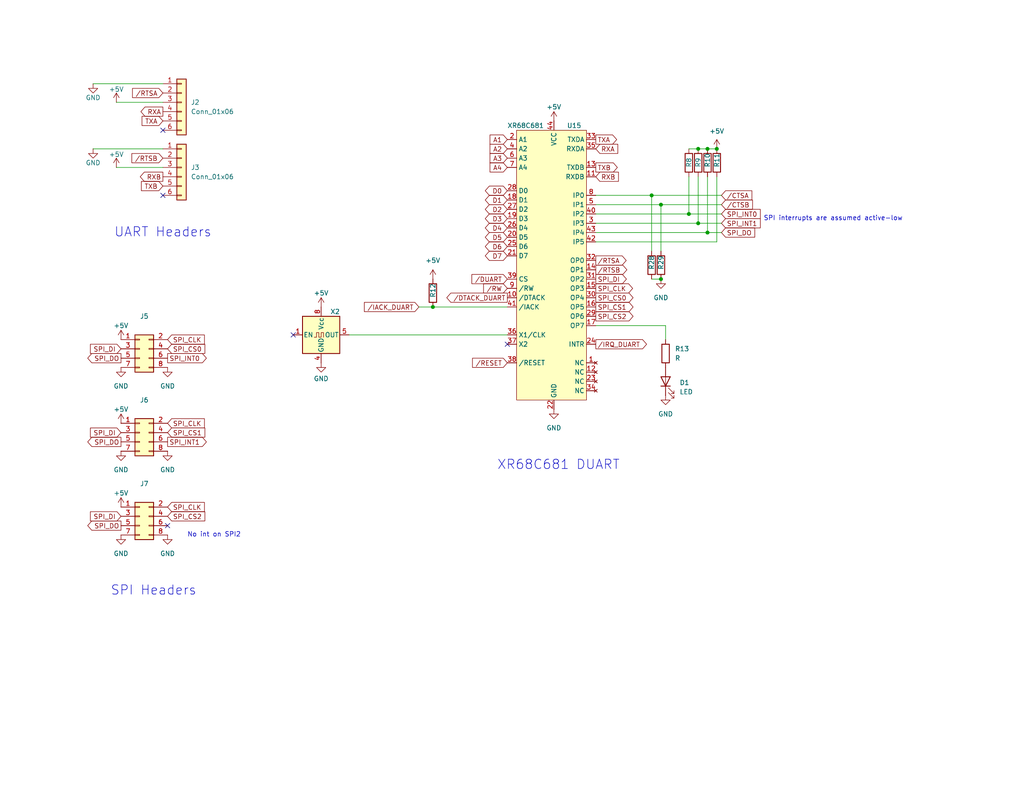
<source format=kicad_sch>
(kicad_sch (version 20231120) (generator "eeschema") (generator_version "8.0")
  (paper "A")
  (title_block (title "Mackerel-08 SBC v1") (date "2024-06-22") (rev "1.0a") (company "Colin Maykish") (comment 1 "github.com/crmaykish/mackerel-68k"))
  (lib_symbols
    (symbol "Connector_Generic:Conn_01x06" (pin_names (offset 1.016) hide)
      (property "Reference" "J" (at 0 7.62 0))
      (property "Value" "Conn_01x06" (at 0 -10.16 0))
      (symbol "Conn_01x06_1_1"
        (rectangle (start -1.27 -7.493) (end 0 -7.747) (stroke (width 0.1524)))
        (rectangle (start -1.27 -4.953) (end 0 -5.207) (stroke (width 0.1524)))
        (rectangle (start -1.27 -2.413) (end 0 -2.667) (stroke (width 0.1524)))
        (rectangle (start -1.27 0.127) (end 0 -0.127) (stroke (width 0.1524)))
        (rectangle (start -1.27 2.667) (end 0 2.413) (stroke (width 0.1524)))
        (rectangle (start -1.27 5.207) (end 0 4.953) (stroke (width 0.1524)))
        (rectangle (start -1.27 6.35) (end 1.27 -8.89) (stroke (width 0.254)) (fill (type background)))
        (pin passive line (at -5.08 5.08 0) (length 3.81) (name "Pin_1") (number "1"))
        (pin passive line (at -5.08 2.54 0) (length 3.81) (name "Pin_2") (number "2"))
        (pin passive line (at -5.08 0 0) (length 3.81) (name "Pin_3") (number "3"))
        (pin passive line (at -5.08 -2.54 0) (length 3.81) (name "Pin_4") (number "4"))
        (pin passive line (at -5.08 -5.08 0) (length 3.81) (name "Pin_5") (number "5"))
        (pin passive line (at -5.08 -7.62 0) (length 3.81) (name "Pin_6") (number "6"))
      )
    )
    (symbol "Connector_Generic:Conn_02x04_Odd_Even" (pin_names (offset 1.016) hide)
      (property "Reference" "J" (at 1.27 5.08 0))
      (property "Value" "Conn_02x04_Odd_Even" (at 1.27 -7.62 0))
      (symbol "Conn_02x04_Odd_Even_1_1"
        (rectangle (start -1.27 -4.953) (end 0 -5.207) (stroke (width 0.1524)))
        (rectangle (start -1.27 -2.413) (end 0 -2.667) (stroke (width 0.1524)))
        (rectangle (start -1.27 0.127) (end 0 -0.127) (stroke (width 0.1524)))
        (rectangle (start -1.27 2.667) (end 0 2.413) (stroke (width 0.1524)))
        (rectangle (start -1.27 3.81) (end 3.81 -6.35) (stroke (width 0.254)) (fill (type background)))
        (rectangle (start 3.81 -4.953) (end 2.54 -5.207) (stroke (width 0.1524)))
        (rectangle (start 3.81 -2.413) (end 2.54 -2.667) (stroke (width 0.1524)))
        (rectangle (start 3.81 0.127) (end 2.54 -0.127) (stroke (width 0.1524)))
        (rectangle (start 3.81 2.667) (end 2.54 2.413) (stroke (width 0.1524)))
        (pin passive line (at -5.08 2.54 0) (length 3.81) (name "Pin_1") (number "1"))
        (pin passive line (at 7.62 2.54 180) (length 3.81) (name "Pin_2") (number "2"))
        (pin passive line (at -5.08 0 0) (length 3.81) (name "Pin_3") (number "3"))
        (pin passive line (at 7.62 0 180) (length 3.81) (name "Pin_4") (number "4"))
        (pin passive line (at -5.08 -2.54 0) (length 3.81) (name "Pin_5") (number "5"))
        (pin passive line (at 7.62 -2.54 180) (length 3.81) (name "Pin_6") (number "6"))
        (pin passive line (at -5.08 -5.08 0) (length 3.81) (name "Pin_7") (number "7"))
        (pin passive line (at 7.62 -5.08 180) (length 3.81) (name "Pin_8") (number "8"))
      )
    )
    (symbol "Device:LED" (pin_numbers hide) (pin_names (offset 1.016) hide)
      (property "Reference" "D" (at 0 2.54 0))
      (property "Value" "LED" (at 0 -2.54 0))
      (symbol "LED_0_1"
        (polyline (pts (xy -1.27 -1.27) (xy -1.27 1.27)) (stroke (width 0.254)))
        (polyline (pts (xy -1.27 0) (xy 1.27 0)))
        (polyline (pts (xy 1.27 -1.27) (xy 1.27 1.27) (xy -1.27 0) (xy 1.27 -1.27)) (stroke (width 0.254)))
        (polyline (pts (xy -3.048 -0.762) (xy -4.572 -2.286) (xy -3.81 -2.286) (xy -4.572 -2.286) (xy -4.572 -1.524)))
        (polyline (pts (xy -1.778 -0.762) (xy -3.302 -2.286) (xy -2.54 -2.286) (xy -3.302 -2.286) (xy -3.302 -1.524)))
      )
      (symbol "LED_1_1"
        (pin passive line (at -3.81 0 0) (length 2.54) (name "K") (number "1"))
        (pin passive line (at 3.81 0 180) (length 2.54) (name "A") (number "2"))
      )
    )
    (symbol "Device:R" (pin_numbers hide) (pin_names (offset 0))
      (property "Reference" "R" (at 2.032 0 90))
      (property "Value" "R" (at 0 0 90))
      (symbol "R_0_1"
        (rectangle (start -1.016 -2.54) (end 1.016 2.54) (stroke (width 0.254)))
      )
      (symbol "R_1_1"
        (pin passive line (at 0 3.81 270) (length 1.27) (name "~") (number "1"))
        (pin passive line (at 0 -3.81 90) (length 1.27) (name "~") (number "2"))
      )
    )
    (symbol "Oscillator:CXO_DIP8" (pin_names (offset 0.254))
      (property "Reference" "X" (at -5.08 6.35 0))
      (property "Value" "CXO_DIP8" (at 1.27 -6.35 0))
      (symbol "CXO_DIP8_0_1"
        (rectangle (start -5.08 5.08) (end 5.08 -5.08) (stroke (width 0.254)) (fill (type background)))
        (polyline (pts (xy -1.905 -0.635) (xy -1.27 -0.635) (xy -1.27 0.635) (xy -0.635 0.635) (xy -0.635 -0.635) (xy 0 -0.635) (xy 0 0.635) (xy 0.635 0.635) (xy 0.635 -0.635)))
      )
      (symbol "CXO_DIP8_1_1"
        (pin input line (at -7.62 0 0) (length 2.54) (name "EN") (number "1"))
        (pin power_in line (at 0 -7.62 90) (length 2.54) (name "GND") (number "4"))
        (pin output line (at 7.62 0 180) (length 2.54) (name "OUT") (number "5"))
        (pin power_in line (at 0 7.62 270) (length 2.54) (name "Vcc") (number "8"))
      )
    )
    (symbol "mackerel-68k-symbols:XR68C681"
      (property "Reference" "U" (at 6.35 33.02 0))
      (property "Value" "XR68C681" (at 0 0 0))
      (symbol "XR68C681_0_1"
        (rectangle (start -10.16 31.75) (end 8.89 -41.91) (fill (type background)))
      )
      (symbol "XR68C681_1_1"
        (pin no_connect line (at 11.43 -31.75 180) (length 2.54) (name "NC") (number "1"))
        (pin output line (at -12.7 -13.97 0) (length 2.54) (name "/DTACK") (number "10"))
        (pin output line (at 11.43 19.05 180) (length 2.54) (name "RXDB") (number "11"))
        (pin no_connect line (at 11.43 -34.29 180) (length 2.54) (name "NC") (number "12"))
        (pin input line (at 11.43 21.59 180) (length 2.54) (name "TXDB") (number "13"))
        (pin output line (at 11.43 -6.35 180) (length 2.54) (name "OP1") (number "14"))
        (pin output line (at 11.43 -11.43 180) (length 2.54) (name "OP3") (number "15"))
        (pin output line (at 11.43 -16.51 180) (length 2.54) (name "OP5") (number "16"))
        (pin output line (at 11.43 -21.59 180) (length 2.54) (name "OP7") (number "17"))
        (pin bidirectional line (at -12.7 12.7 0) (length 2.54) (name "D1") (number "18"))
        (pin bidirectional line (at -12.7 7.62 0) (length 2.54) (name "D3") (number "19"))
        (pin input line (at -12.7 29.21 0) (length 2.54) (name "A1") (number "2"))
        (pin bidirectional line (at -12.7 2.54 0) (length 2.54) (name "D5") (number "20"))
        (pin bidirectional line (at -12.7 -2.54 0) (length 2.54) (name "D7") (number "21"))
        (pin power_in line (at 0 -44.45 90) (length 2.54) (name "GND") (number "22"))
        (pin no_connect line (at 11.43 -36.83 180) (length 2.54) (name "NC") (number "23"))
        (pin output line (at 11.43 -26.67 180) (length 2.54) (name "INTR") (number "24"))
        (pin bidirectional line (at -12.7 0 0) (length 2.54) (name "D6") (number "25"))
        (pin bidirectional line (at -12.7 5.08 0) (length 2.54) (name "D4") (number "26"))
        (pin bidirectional line (at -12.7 10.16 0) (length 2.54) (name "D2") (number "27"))
        (pin bidirectional line (at -12.7 15.24 0) (length 2.54) (name "D0") (number "28"))
        (pin output line (at 11.43 -19.05 180) (length 2.54) (name "OP6") (number "29"))
        (pin input line (at 11.43 6.35 180) (length 2.54) (name "IP3") (number "3"))
        (pin output line (at 11.43 -13.97 180) (length 2.54) (name "OP4") (number "30"))
        (pin output line (at 11.43 -8.89 180) (length 2.54) (name "OP2") (number "31"))
        (pin output line (at 11.43 -3.81 180) (length 2.54) (name "OP0") (number "32"))
        (pin input line (at 11.43 29.21 180) (length 2.54) (name "TXDA") (number "33"))
        (pin no_connect line (at 11.43 -39.37 180) (length 2.54) (name "NC") (number "34"))
        (pin output line (at 11.43 26.67 180) (length 2.54) (name "RXDA") (number "35"))
        (pin input line (at -12.7 -24.13 0) (length 2.54) (name "X1/CLK") (number "36"))
        (pin input line (at -12.7 -26.67 0) (length 2.54) (name "X2") (number "37"))
        (pin input line (at -12.7 -31.75 0) (length 2.54) (name "/RESET") (number "38"))
        (pin input line (at -12.7 -8.89 0) (length 2.54) (name "CS") (number "39"))
        (pin input line (at -12.7 26.67 0) (length 2.54) (name "A2") (number "4"))
        (pin input line (at 11.43 8.89 180) (length 2.54) (name "IP2") (number "40"))
        (pin input line (at -12.7 -16.51 0) (length 2.54) (name "/IACK") (number "41"))
        (pin input line (at 11.43 1.27 180) (length 2.54) (name "IP5") (number "42"))
        (pin input line (at 11.43 3.81 180) (length 2.54) (name "IP4") (number "43"))
        (pin power_in line (at 0 34.29 270) (length 2.54) (name "VCC") (number "44"))
        (pin input line (at 11.43 11.43 180) (length 2.54) (name "IP1") (number "5"))
        (pin input line (at -12.7 24.13 0) (length 2.54) (name "A3") (number "6"))
        (pin input line (at -12.7 21.59 0) (length 2.54) (name "A4") (number "7"))
        (pin input line (at 11.43 13.97 180) (length 2.54) (name "IP0") (number "8"))
        (pin input line (at -12.7 -11.43 0) (length 2.54) (name "/RW") (number "9"))
      )
    )
    (symbol "power:+5V" (power) (pin_numbers hide) (pin_names (offset 0) hide)
      (property "Value" "+5V" (at 0 3.556 0))
      (symbol "+5V_0_1"
        (polyline (pts (xy -0.762 1.27) (xy 0 2.54)))
        (polyline (pts (xy 0 0) (xy 0 2.54)))
        (polyline (pts (xy 0 2.54) (xy 0.762 1.27)))
      )
      (symbol "+5V_1_1"
        (pin power_in line (at 0 0 90) (length 0) (name "~") (number "1"))
      )
    )
    (symbol "power:GND" (power) (pin_numbers hide) (pin_names (offset 0) hide)
      (property "Value" "GND" (at 0 -3.81 0))
      (symbol "GND_0_1"
        (polyline (pts (xy 0 0) (xy 0 -1.27) (xy 1.27 -1.27) (xy 0 -2.54) (xy -1.27 -1.27) (xy 0 -1.27)))
      )
      (symbol "GND_1_1"
        (pin power_in line (at 0 0 270) (length 0) (name "~") (number "1"))
      )
    )
  )
  (junction (at 193.04 40.64))
  (junction (at 187.96 58.42))
  (junction (at 118.11 83.82))
  (junction (at 180.34 55.88))
  (junction (at 180.34 76.2))
  (junction (at 195.58 40.64))
  (junction (at 190.5 40.64))
  (junction (at 190.5 60.96))
  (junction (at 177.8 53.34))
  (junction (at 193.04 63.5))
  (no_connect (at 44.45 53.34))
  (no_connect (at 45.72 143.51))
  (no_connect (at 138.43 93.98))
  (no_connect (at 80.01 91.44))
  (no_connect (at 44.45 35.56))
  (wire (pts (xy 193.04 63.5) (xy 196.85 63.5)))
  (wire (pts (xy 195.58 40.64) (xy 193.04 40.64)))
  (wire (pts (xy 193.04 63.5) (xy 193.04 48.26)))
  (wire (pts (xy 196.85 58.42) (xy 187.96 58.42)))
  (wire (pts (xy 162.56 66.04) (xy 195.58 66.04)))
  (wire (pts (xy 95.25 91.44) (xy 138.43 91.44)))
  (wire (pts (xy 25.4 40.64) (xy 44.45 40.64)))
  (wire (pts (xy 187.96 40.64) (xy 190.5 40.64)))
  (wire (pts (xy 190.5 60.96) (xy 162.56 60.96)))
  (wire (pts (xy 190.5 40.64) (xy 193.04 40.64)))
  (wire (pts (xy 181.61 88.9) (xy 181.61 92.71)))
  (wire (pts (xy 177.8 53.34) (xy 162.56 53.34)))
  (wire (pts (xy 190.5 48.26) (xy 190.5 60.96)))
  (wire (pts (xy 187.96 58.42) (xy 162.56 58.42)))
  (wire (pts (xy 25.4 22.86) (xy 44.45 22.86)))
  (wire (pts (xy 31.75 27.94) (xy 44.45 27.94)))
  (wire (pts (xy 180.34 55.88) (xy 180.34 68.58)))
  (wire (pts (xy 177.8 76.2) (xy 180.34 76.2)))
  (wire (pts (xy 196.85 53.34) (xy 177.8 53.34)))
  (wire (pts (xy 196.85 60.96) (xy 190.5 60.96)))
  (wire (pts (xy 114.3 83.82) (xy 118.11 83.82)))
  (wire (pts (xy 180.34 55.88) (xy 162.56 55.88)))
  (wire (pts (xy 162.56 88.9) (xy 181.61 88.9)))
  (wire (pts (xy 196.85 55.88) (xy 180.34 55.88)))
  (wire (pts (xy 195.58 66.04) (xy 195.58 48.26)))
  (wire (pts (xy 187.96 48.26) (xy 187.96 58.42)))
  (wire (pts (xy 118.11 83.82) (xy 138.43 83.82)))
  (wire (pts (xy 177.8 53.34) (xy 177.8 68.58)))
  (wire (pts (xy 31.75 45.72) (xy 44.45 45.72)))
  (wire (pts (xy 162.56 63.5) (xy 193.04 63.5)))
  (text "SPI interrupts are assumed active-low" (at 227.33 59.69 0) (effects (font (size 1.27 1.27))))
  (text "No int on SPI2\n" (at 58.42 146.05 0) (effects (font (size 1.27 1.27))))
  (text "XR68C681 DUART" (at 152.4 127 0) (effects (font (size 2.54 2.54))))
  (text "SPI Headers" (at 41.91 161.29 0) (effects (font (size 2.54 2.54))))
  (text "UART Headers" (at 44.45 63.5 0) (effects (font (size 2.54 2.54))))
  (global_label "{slash}RTSA" (shape input) (at 44.45 25.4 180) (property "Intersheetrefs" "${INTERSHEET_REFS}" (effects (hide yes))))
  (global_label "D7" (shape bidirectional) (at 138.43 69.85 180) (property "Intersheetrefs" "${INTERSHEET_REFS}" (effects (hide yes))))
  (global_label "SPI_INT1" (shape output) (at 45.72 120.65 0) (property "Intersheetrefs" "${INTERSHEET_REFS}" (effects (hide yes))))
  (global_label "D6" (shape bidirectional) (at 138.43 67.31 180) (property "Intersheetrefs" "${INTERSHEET_REFS}" (effects (hide yes))))
  (global_label "RXB" (shape input) (at 162.56 48.26 0) (property "Intersheetrefs" "${INTERSHEET_REFS}" (effects (hide yes))))
  (global_label "D0" (shape bidirectional) (at 138.43 52.07 180) (property "Intersheetrefs" "${INTERSHEET_REFS}" (effects (hide yes))))
  (global_label "SPI_CS0" (shape output) (at 162.56 81.28 0) (property "Intersheetrefs" "${INTERSHEET_REFS}" (effects (hide yes))))
  (global_label "{slash}CTSA" (shape input) (at 196.85 53.34 0) (property "Intersheetrefs" "${INTERSHEET_REFS}" (effects (hide yes))))
  (global_label "SPI_INT0" (shape output) (at 45.72 97.79 0) (property "Intersheetrefs" "${INTERSHEET_REFS}" (effects (hide yes))))
  (global_label "{slash}IRQ_DUART" (shape output) (at 162.56 93.98 0) (property "Intersheetrefs" "${INTERSHEET_REFS}" (effects (hide yes))))
  (global_label "SPI_CLK" (shape output) (at 162.56 78.74 0) (property "Intersheetrefs" "${INTERSHEET_REFS}" (effects (hide yes))))
  (global_label "A2" (shape input) (at 138.43 40.64 180) (property "Intersheetrefs" "${INTERSHEET_REFS}" (effects (hide yes))))
  (global_label "{slash}RTSB" (shape output) (at 162.56 73.66 0) (property "Intersheetrefs" "${INTERSHEET_REFS}" (effects (hide yes))))
  (global_label "RXB" (shape output) (at 44.45 48.26 180) (property "Intersheetrefs" "${INTERSHEET_REFS}" (effects (hide yes))))
  (global_label "SPI_DI" (shape input) (at 33.02 95.25 180) (property "Intersheetrefs" "${INTERSHEET_REFS}" (effects (hide yes))))
  (global_label "A4" (shape input) (at 138.43 45.72 180) (property "Intersheetrefs" "${INTERSHEET_REFS}" (effects (hide yes))))
  (global_label "{slash}DUART" (shape input) (at 138.43 76.2 180) (property "Intersheetrefs" "${INTERSHEET_REFS}" (effects (hide yes))))
  (global_label "{slash}RTSA" (shape output) (at 162.56 71.12 0) (property "Intersheetrefs" "${INTERSHEET_REFS}" (effects (hide yes))))
  (global_label "SPI_DO" (shape input) (at 196.85 63.5 0) (property "Intersheetrefs" "${INTERSHEET_REFS}" (effects (hide yes))))
  (global_label "SPI_CLK" (shape input) (at 45.72 115.57 0) (property "Intersheetrefs" "${INTERSHEET_REFS}" (effects (hide yes))))
  (global_label "TXB" (shape input) (at 44.45 50.8 180) (property "Intersheetrefs" "${INTERSHEET_REFS}" (effects (hide yes))))
  (global_label "{slash}DTACK_DUART" (shape output) (at 138.43 81.28 180) (property "Intersheetrefs" "${INTERSHEET_REFS}" (effects (hide yes))))
  (global_label "{slash}RESET" (shape input) (at 138.43 99.06 180) (property "Intersheetrefs" "${INTERSHEET_REFS}" (effects (hide yes))))
  (global_label "SPI_CS0" (shape input) (at 45.72 95.25 0) (property "Intersheetrefs" "${INTERSHEET_REFS}" (effects (hide yes))))
  (global_label "SPI_DI" (shape input) (at 33.02 140.97 180) (property "Intersheetrefs" "${INTERSHEET_REFS}" (effects (hide yes))))
  (global_label "{slash}IACK_DUART" (shape input) (at 114.3 83.82 180) (property "Intersheetrefs" "${INTERSHEET_REFS}" (effects (hide yes))))
  (global_label "SPI_INT0" (shape input) (at 196.85 58.42 0) (property "Intersheetrefs" "${INTERSHEET_REFS}" (effects (hide yes))))
  (global_label "D5" (shape bidirectional) (at 138.43 64.77 180) (property "Intersheetrefs" "${INTERSHEET_REFS}" (effects (hide yes))))
  (global_label "SPI_CS1" (shape output) (at 162.56 83.82 0) (property "Intersheetrefs" "${INTERSHEET_REFS}" (effects (hide yes))))
  (global_label "TXA" (shape input) (at 44.45 33.02 180) (property "Intersheetrefs" "${INTERSHEET_REFS}" (effects (hide yes))))
  (global_label "{slash}RW" (shape input) (at 138.43 78.74 180) (property "Intersheetrefs" "${INTERSHEET_REFS}" (effects (hide yes))))
  (global_label "SPI_DO" (shape output) (at 33.02 120.65 180) (property "Intersheetrefs" "${INTERSHEET_REFS}" (effects (hide yes))))
  (global_label "SPI_DI" (shape output) (at 162.56 76.2 0) (property "Intersheetrefs" "${INTERSHEET_REFS}" (effects (hide yes))))
  (global_label "SPI_DO" (shape output) (at 33.02 97.79 180) (property "Intersheetrefs" "${INTERSHEET_REFS}" (effects (hide yes))))
  (global_label "TXB" (shape output) (at 162.56 45.72 0) (property "Intersheetrefs" "${INTERSHEET_REFS}" (effects (hide yes))))
  (global_label "RXA" (shape input) (at 162.56 40.64 0) (property "Intersheetrefs" "${INTERSHEET_REFS}" (effects (hide yes))))
  (global_label "SPI_INT1" (shape input) (at 196.85 60.96 0) (property "Intersheetrefs" "${INTERSHEET_REFS}" (effects (hide yes))))
  (global_label "{slash}CTSB" (shape input) (at 196.85 55.88 0) (property "Intersheetrefs" "${INTERSHEET_REFS}" (effects (hide yes))))
  (global_label "SPI_DI" (shape input) (at 33.02 118.11 180) (property "Intersheetrefs" "${INTERSHEET_REFS}" (effects (hide yes))))
  (global_label "D1" (shape bidirectional) (at 138.43 54.61 180) (property "Intersheetrefs" "${INTERSHEET_REFS}" (effects (hide yes))))
  (global_label "A3" (shape input) (at 138.43 43.18 180) (property "Intersheetrefs" "${INTERSHEET_REFS}" (effects (hide yes))))
  (global_label "D3" (shape bidirectional) (at 138.43 59.69 180) (property "Intersheetrefs" "${INTERSHEET_REFS}" (effects (hide yes))))
  (global_label "A1" (shape input) (at 138.43 38.1 180) (property "Intersheetrefs" "${INTERSHEET_REFS}" (effects (hide yes))))
  (global_label "SPI_CLK" (shape input) (at 45.72 92.71 0) (property "Intersheetrefs" "${INTERSHEET_REFS}" (effects (hide yes))))
  (global_label "SPI_CS2" (shape input) (at 45.72 140.97 0) (property "Intersheetrefs" "${INTERSHEET_REFS}" (effects (hide yes))))
  (global_label "SPI_DO" (shape output) (at 33.02 143.51 180) (property "Intersheetrefs" "${INTERSHEET_REFS}" (effects (hide yes))))
  (global_label "RXA" (shape output) (at 44.45 30.48 180) (property "Intersheetrefs" "${INTERSHEET_REFS}" (effects (hide yes))))
  (global_label "SPI_CS2" (shape output) (at 162.56 86.36 0) (property "Intersheetrefs" "${INTERSHEET_REFS}" (effects (hide yes))))
  (global_label "TXA" (shape output) (at 162.56 38.1 0) (property "Intersheetrefs" "${INTERSHEET_REFS}" (effects (hide yes))))
  (global_label "D4" (shape bidirectional) (at 138.43 62.23 180) (property "Intersheetrefs" "${INTERSHEET_REFS}" (effects (hide yes))))
  (global_label "SPI_CLK" (shape input) (at 45.72 138.43 0) (property "Intersheetrefs" "${INTERSHEET_REFS}" (effects (hide yes))))
  (global_label "{slash}RTSB" (shape input) (at 44.45 43.18 180) (property "Intersheetrefs" "${INTERSHEET_REFS}" (effects (hide yes))))
  (global_label "SPI_CS1" (shape input) (at 45.72 118.11 0) (property "Intersheetrefs" "${INTERSHEET_REFS}" (effects (hide yes))))
  (global_label "D2" (shape bidirectional) (at 138.43 57.15 180) (property "Intersheetrefs" "${INTERSHEET_REFS}" (effects (hide yes))))
  (symbol (lib_id "Device:R") (at 118.11 80.01 180) (unit 1)
    (property "Reference" "R12" (at 118.11 81.28 90) (effects (justify right)))
    (property "Value" "R" (effects (hide yes)))
    (property "Footprint" "Resistor_THT:R_Axial_DIN0207_L6.3mm_D2.5mm_P7.62mm_Horizontal" (effects (hide yes)))
    (property "Description" "Resistor" (effects (hide yes)))
  )
  (symbol (lib_id "Connector_Generic:Conn_02x04_Odd_Even") (at 38.1 95.25 0) (unit 1)
    (property "Reference" "J5" (at 39.37 86.36 0))
    (property "Value" "Conn_02x04_Odd_Even" (effects (hide yes)))
    (property "Footprint" "Connector_IDC:IDC-Header_2x04_P2.54mm_Vertical" (effects (hide yes)))
    (property "Description" "Generic connector, double row, 02x04, odd/even pin numbering scheme (row 1 odd numbers, row 2 even numbers), script generated (kicad-library-utils/schlib/autogen/connector/)" (effects (hide yes)))
  )
  (symbol (lib_id "power:GND") (at 151.13 111.76 0) (unit 1)
    (property "Reference" "#PWR057" (effects (hide yes)))
    (property "Value" "GND" (at 151.13 116.84 0))
    (property "Description" "Power symbol creates a global label with name \"GND\" , ground" (effects (hide yes)))
  )
  (symbol (lib_id "power:GND") (at 33.02 146.05 0) (unit 1)
    (property "Reference" "#PWR059" (effects (hide yes)))
    (property "Value" "GND" (at 33.02 151.13 0))
    (property "Description" "Power symbol creates a global label with name \"GND\" , ground" (effects (hide yes)))
  )
  (symbol (lib_id "power:GND") (at 180.34 76.2 0) (unit 1)
    (property "Reference" "#PWR051" (effects (hide yes)))
    (property "Value" "GND" (at 180.34 81.28 0))
    (property "Description" "Power symbol creates a global label with name \"GND\" , ground" (effects (hide yes)))
  )
  (symbol (lib_id "mackerel-68k-symbols:XR68C681") (at 151.13 67.31 0) (unit 1)
    (property "Reference" "U15" (at 154.686 34.29 0) (effects (justify left)))
    (property "Value" "XR68C681" (at 138.43 34.29 0) (effects (justify left)))
    (property "Footprint" "Package_LCC:PLCC-44_THT-Socket" (effects (hide yes)))
  )
  (symbol (lib_id "Device:R") (at 190.5 44.45 180) (unit 1)
    (property "Reference" "R9" (at 190.5 45.72 90) (effects (justify right)))
    (property "Value" "R" (effects (hide yes)))
    (property "Footprint" "Resistor_THT:R_Axial_DIN0207_L6.3mm_D2.5mm_P7.62mm_Horizontal" (effects (hide yes)))
    (property "Description" "Resistor" (effects (hide yes)))
  )
  (symbol (lib_id "Device:LED") (at 181.61 104.14 90) (unit 1)
    (property "Reference" "D1" (at 185.42 104.4574 90) (effects (justify right)))
    (property "Value" "LED" (at 185.42 106.9974 90) (effects (justify right)))
    (property "Footprint" "LED_THT:LED_D5.0mm" (effects (hide yes)))
    (property "Description" "Light emitting diode" (effects (hide yes)))
  )
  (symbol (lib_id "power:GND") (at 45.72 146.05 0) (unit 1)
    (property "Reference" "#PWR060" (effects (hide yes)))
    (property "Value" "GND" (at 45.72 151.13 0))
    (property "Description" "Power symbol creates a global label with name \"GND\" , ground" (effects (hide yes)))
  )
  (symbol (lib_id "Device:R") (at 193.04 44.45 180) (unit 1)
    (property "Reference" "R10" (at 193.04 45.72 90) (effects (justify right)))
    (property "Value" "R" (effects (hide yes)))
    (property "Footprint" "Resistor_THT:R_Axial_DIN0207_L6.3mm_D2.5mm_P7.62mm_Horizontal" (effects (hide yes)))
    (property "Description" "Resistor" (effects (hide yes)))
  )
  (symbol (lib_id "Connector_Generic:Conn_02x04_Odd_Even") (at 38.1 140.97 0) (unit 1)
    (property "Reference" "J7" (at 39.37 132.08 0))
    (property "Value" "Conn_02x04_Odd_Even" (effects (hide yes)))
    (property "Footprint" "Connector_IDC:IDC-Header_2x04_P2.54mm_Vertical" (effects (hide yes)))
    (property "Description" "Generic connector, double row, 02x04, odd/even pin numbering scheme (row 1 odd numbers, row 2 even numbers), script generated (kicad-library-utils/schlib/autogen/connector/)" (effects (hide yes)))
  )
  (symbol (lib_id "power:+5V") (at 31.75 45.72 0) (unit 1)
    (property "Reference" "#PWR045" (effects (hide yes)))
    (property "Value" "+5V" (at 31.75 42.164 0))
    (property "Description" "Power symbol creates a global label with name \"+5V\"" (effects (hide yes)))
  )
  (symbol (lib_id "Device:R") (at 195.58 44.45 180) (unit 1)
    (property "Reference" "R11" (at 195.58 45.72 90) (effects (justify right)))
    (property "Value" "R" (effects (hide yes)))
    (property "Footprint" "Resistor_THT:R_Axial_DIN0207_L6.3mm_D2.5mm_P7.62mm_Horizontal" (effects (hide yes)))
    (property "Description" "Resistor" (effects (hide yes)))
  )
  (symbol (lib_id "power:+5V") (at 33.02 115.57 0) (unit 1)
    (property "Reference" "#PWR052" (effects (hide yes)))
    (property "Value" "+5V" (at 33.02 111.76 0))
    (property "Description" "Power symbol creates a global label with name \"+5V\"" (effects (hide yes)))
  )
  (symbol (lib_id "power:+5V") (at 31.75 27.94 0) (unit 1)
    (property "Reference" "#PWR041" (effects (hide yes)))
    (property "Value" "+5V" (at 31.75 24.384 0))
    (property "Description" "Power symbol creates a global label with name \"+5V\"" (effects (hide yes)))
  )
  (symbol (lib_id "Connector_Generic:Conn_01x06") (at 49.53 45.72 0) (unit 1)
    (property "Reference" "J3" (at 52.07 45.7199 0) (effects (justify left)))
    (property "Value" "Conn_01x06" (at 52.07 48.2599 0) (effects (justify left)))
    (property "Footprint" "Connector_PinSocket_2.54mm:PinSocket_1x06_P2.54mm_Horizontal" (effects (hide yes)))
    (property "Description" "Generic connector, single row, 01x06, script generated (kicad-library-utils/schlib/autogen/connector/)" (effects (hide yes)))
  )
  (symbol (lib_id "Oscillator:CXO_DIP8") (at 87.63 91.44 0) (unit 1)
    (property "Reference" "X2" (at 91.44 85.09 0))
    (property "Value" "CXO_DIP8" (effects (hide yes)))
    (property "Footprint" "Oscillator:Oscillator_DIP-8" (effects (hide yes)))
    (property "Datasheet" "http://cdn-reichelt.de/documents/datenblatt/B400/OSZI.pdf" (effects (hide yes)))
    (property "Description" "Crystal Clock Oscillator, DIP8-style metal package" (effects (hide yes)))
  )
  (symbol (lib_id "power:+5V") (at 151.13 33.02 0) (unit 1)
    (property "Reference" "#PWR042" (effects (hide yes)))
    (property "Value" "+5V" (at 151.13 29.21 0))
    (property "Description" "Power symbol creates a global label with name \"+5V\"" (effects (hide yes)))
  )
  (symbol (lib_id "power:GND") (at 181.61 107.95 0) (unit 1)
    (property "Reference" "#PWR056" (effects (hide yes)))
    (property "Value" "GND" (at 181.61 113.03 0))
    (property "Description" "Power symbol creates a global label with name \"GND\" , ground" (effects (hide yes)))
  )
  (symbol (lib_id "Device:R") (at 177.8 72.39 180) (unit 1)
    (property "Reference" "R28" (at 177.8 73.66 90) (effects (justify right)))
    (property "Value" "R" (effects (hide yes)))
    (property "Footprint" "Resistor_THT:R_Axial_DIN0207_L6.3mm_D2.5mm_P7.62mm_Horizontal" (effects (hide yes)))
    (property "Description" "Resistor" (effects (hide yes)))
  )
  (symbol (lib_id "power:GND") (at 87.63 99.06 0) (unit 1)
    (property "Reference" "#PWR053" (effects (hide yes)))
    (property "Value" "GND" (at 87.63 103.378 0))
    (property "Description" "Power symbol creates a global label with name \"GND\" , ground" (effects (hide yes)))
  )
  (symbol (lib_id "Device:R") (at 180.34 72.39 180) (unit 1)
    (property "Reference" "R29" (at 180.34 73.66 90) (effects (justify right)))
    (property "Value" "R" (effects (hide yes)))
    (property "Footprint" "Resistor_THT:R_Axial_DIN0207_L6.3mm_D2.5mm_P7.62mm_Horizontal" (effects (hide yes)))
    (property "Description" "Resistor" (effects (hide yes)))
  )
  (symbol (lib_id "power:GND") (at 25.4 40.64 0) (unit 1)
    (property "Reference" "#PWR044" (effects (hide yes)))
    (property "Value" "GND" (at 25.4 44.45 0))
    (property "Description" "Power symbol creates a global label with name \"GND\" , ground" (effects (hide yes)))
  )
  (symbol (lib_id "Device:R") (at 187.96 44.45 180) (unit 1)
    (property "Reference" "R8" (at 187.96 45.72 90) (effects (justify right)))
    (property "Value" "R" (effects (hide yes)))
    (property "Footprint" "Resistor_THT:R_Axial_DIN0207_L6.3mm_D2.5mm_P7.62mm_Horizontal" (effects (hide yes)))
    (property "Description" "Resistor" (effects (hide yes)))
  )
  (symbol (lib_id "power:GND") (at 45.72 100.33 0) (unit 1)
    (property "Reference" "#PWR049" (effects (hide yes)))
    (property "Value" "GND" (at 45.72 105.41 0))
    (property "Description" "Power symbol creates a global label with name \"GND\" , ground" (effects (hide yes)))
  )
  (symbol (lib_id "power:GND") (at 33.02 123.19 0) (unit 1)
    (property "Reference" "#PWR054" (effects (hide yes)))
    (property "Value" "GND" (at 33.02 128.27 0))
    (property "Description" "Power symbol creates a global label with name \"GND\" , ground" (effects (hide yes)))
  )
  (symbol (lib_id "power:+5V") (at 87.63 83.82 0) (unit 1)
    (property "Reference" "#PWR050" (effects (hide yes)))
    (property "Value" "+5V" (at 87.63 80.01 0))
    (property "Description" "Power symbol creates a global label with name \"+5V\"" (effects (hide yes)))
  )
  (symbol (lib_id "Device:R") (at 181.61 96.52 0) (unit 1)
    (property "Reference" "R13" (at 184.15 95.2499 0) (effects (justify left)))
    (property "Value" "R" (at 184.15 97.7899 0) (effects (justify left)))
    (property "Footprint" "Resistor_THT:R_Axial_DIN0207_L6.3mm_D2.5mm_P7.62mm_Horizontal" (effects (hide yes)))
    (property "Description" "Resistor" (effects (hide yes)))
  )
  (symbol (lib_id "power:GND") (at 45.72 123.19 0) (unit 1)
    (property "Reference" "#PWR055" (effects (hide yes)))
    (property "Value" "GND" (at 45.72 128.27 0))
    (property "Description" "Power symbol creates a global label with name \"GND\" , ground" (effects (hide yes)))
  )
  (symbol (lib_id "power:+5V") (at 195.58 40.64 0) (unit 1)
    (property "Reference" "#PWR043" (effects (hide yes)))
    (property "Value" "+5V" (at 195.58 35.814 0))
    (property "Description" "Power symbol creates a global label with name \"+5V\"" (effects (hide yes)))
  )
  (symbol (lib_id "Connector_Generic:Conn_02x04_Odd_Even") (at 38.1 118.11 0) (unit 1)
    (property "Reference" "J6" (at 39.37 109.22 0))
    (property "Value" "Conn_02x04_Odd_Even" (effects (hide yes)))
    (property "Footprint" "Connector_IDC:IDC-Header_2x04_P2.54mm_Vertical" (effects (hide yes)))
    (property "Description" "Generic connector, double row, 02x04, odd/even pin numbering scheme (row 1 odd numbers, row 2 even numbers), script generated (kicad-library-utils/schlib/autogen/connector/)" (effects (hide yes)))
  )
  (symbol (lib_id "power:+5V") (at 118.11 76.2 0) (unit 1)
    (property "Reference" "#PWR047" (effects (hide yes)))
    (property "Value" "+5V" (at 118.11 71.12 0))
    (property "Description" "Power symbol creates a global label with name \"+5V\"" (effects (hide yes)))
  )
  (symbol (lib_id "Connector_Generic:Conn_01x06") (at 49.53 27.94 0) (unit 1)
    (property "Reference" "J2" (at 52.07 27.9399 0) (effects (justify left)))
    (property "Value" "Conn_01x06" (at 52.07 30.4799 0) (effects (justify left)))
    (property "Footprint" "Connector_PinSocket_2.54mm:PinSocket_1x06_P2.54mm_Horizontal" (effects (hide yes)))
    (property "Description" "Generic connector, single row, 01x06, script generated (kicad-library-utils/schlib/autogen/connector/)" (effects (hide yes)))
  )
  (symbol (lib_id "power:+5V") (at 33.02 92.71 0) (unit 1)
    (property "Reference" "#PWR046" (effects (hide yes)))
    (property "Value" "+5V" (at 33.02 88.9 0))
    (property "Description" "Power symbol creates a global label with name \"+5V\"" (effects (hide yes)))
  )
  (symbol (lib_id "power:+5V") (at 33.02 138.43 0) (unit 1)
    (property "Reference" "#PWR058" (effects (hide yes)))
    (property "Value" "+5V" (at 33.02 134.62 0))
    (property "Description" "Power symbol creates a global label with name \"+5V\"" (effects (hide yes)))
  )
  (symbol (lib_id "power:GND") (at 33.02 100.33 0) (unit 1)
    (property "Reference" "#PWR048" (effects (hide yes)))
    (property "Value" "GND" (at 33.02 105.41 0))
    (property "Description" "Power symbol creates a global label with name \"GND\" , ground" (effects (hide yes)))
  )
  (symbol (lib_id "power:GND") (at 25.4 22.86 0) (unit 1)
    (property "Reference" "#PWR040" (effects (hide yes)))
    (property "Value" "GND" (at 25.4 26.67 0))
    (property "Description" "Power symbol creates a global label with name \"GND\" , ground" (effects (hide yes)))
  )
)
</source>
